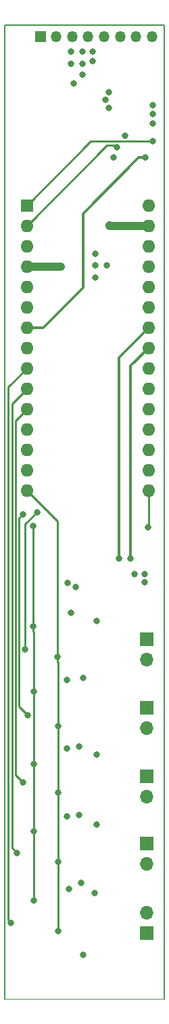
<source format=gbl>
G04 #@! TF.GenerationSoftware,KiCad,Pcbnew,(6.0.6)*
G04 #@! TF.CreationDate,2022-09-02T14:12:24+02:00*
G04 #@! TF.ProjectId,PAINTREv4,5041494e-5452-4457-9634-2e6b69636164,rev?*
G04 #@! TF.SameCoordinates,Original*
G04 #@! TF.FileFunction,Copper,L4,Bot*
G04 #@! TF.FilePolarity,Positive*
%FSLAX46Y46*%
G04 Gerber Fmt 4.6, Leading zero omitted, Abs format (unit mm)*
G04 Created by KiCad (PCBNEW (6.0.6)) date 2022-09-02 14:12:24*
%MOMM*%
%LPD*%
G01*
G04 APERTURE LIST*
G04 #@! TA.AperFunction,Profile*
%ADD10C,0.150000*%
G04 #@! TD*
G04 #@! TA.AperFunction,Profile*
%ADD11C,0.100000*%
G04 #@! TD*
G04 #@! TA.AperFunction,ComponentPad*
%ADD12R,1.600000X1.600000*%
G04 #@! TD*
G04 #@! TA.AperFunction,ComponentPad*
%ADD13O,1.600000X1.600000*%
G04 #@! TD*
G04 #@! TA.AperFunction,ComponentPad*
%ADD14R,1.350000X1.350000*%
G04 #@! TD*
G04 #@! TA.AperFunction,ComponentPad*
%ADD15O,1.350000X1.350000*%
G04 #@! TD*
G04 #@! TA.AperFunction,ComponentPad*
%ADD16O,1.700000X1.700000*%
G04 #@! TD*
G04 #@! TA.AperFunction,ComponentPad*
%ADD17R,1.700000X1.700000*%
G04 #@! TD*
G04 #@! TA.AperFunction,ViaPad*
%ADD18C,0.800000*%
G04 #@! TD*
G04 #@! TA.AperFunction,Conductor*
%ADD19C,0.250000*%
G04 #@! TD*
G04 #@! TA.AperFunction,Conductor*
%ADD20C,0.300000*%
G04 #@! TD*
G04 #@! TA.AperFunction,Conductor*
%ADD21C,1.000000*%
G04 #@! TD*
G04 APERTURE END LIST*
D10*
X144200000Y-32450000D02*
X144200000Y-154000000D01*
X124200000Y-154000000D02*
X124200000Y-32450000D01*
D11*
X124200000Y-154000000D02*
X144200000Y-154000000D01*
D10*
X124200000Y-32450000D02*
X144200000Y-32450000D01*
D12*
X127000000Y-55000000D03*
D13*
X127000000Y-57540000D03*
X127000000Y-60080000D03*
X127000000Y-62620000D03*
X127000000Y-65160000D03*
X127000000Y-67700000D03*
X127000000Y-70240000D03*
X127000000Y-72780000D03*
X127000000Y-75320000D03*
X127000000Y-77860000D03*
X127000000Y-80400000D03*
X127000000Y-82940000D03*
X127000000Y-85480000D03*
X127000000Y-88020000D03*
X127000000Y-90560000D03*
X142240000Y-90560000D03*
X142240000Y-88020000D03*
X142240000Y-85480000D03*
X142240000Y-82940000D03*
X142240000Y-80400000D03*
X142240000Y-77860000D03*
X142240000Y-75320000D03*
X142240000Y-72780000D03*
X142240000Y-70240000D03*
X142240000Y-67700000D03*
X142240000Y-65160000D03*
X142240000Y-62620000D03*
X142240000Y-60080000D03*
X142240000Y-57540000D03*
X142240000Y-55000000D03*
D14*
X128665000Y-33950000D03*
D15*
X130665000Y-33950000D03*
X132665000Y-33950000D03*
X134665000Y-33950000D03*
X136665000Y-33950000D03*
X138665000Y-33950000D03*
X140665000Y-33950000D03*
X142665000Y-33950000D03*
D16*
X142025000Y-128750000D03*
D17*
X142025000Y-126210000D03*
D16*
X142025000Y-120210000D03*
D17*
X142025000Y-117670000D03*
D16*
X142025000Y-137147000D03*
D17*
X142025000Y-134607000D03*
D16*
X142000000Y-143250000D03*
D17*
X142000000Y-145790000D03*
X142025000Y-109095000D03*
D16*
X142025000Y-111635000D03*
D18*
X139250000Y-46250000D03*
X138250000Y-47750000D03*
X140000000Y-99000000D03*
X138500000Y-99000000D03*
X132125000Y-102125000D03*
X133100000Y-102600000D03*
X141750000Y-102000000D03*
X140500000Y-101000000D03*
X141750000Y-101000000D03*
X132000000Y-114215000D03*
X132000000Y-122750000D03*
X132000000Y-131250000D03*
X132500000Y-105845000D03*
X135750000Y-106845000D03*
X134000000Y-113965000D03*
X133750000Y-139500000D03*
X133500000Y-131000000D03*
X133500000Y-122500000D03*
X135750000Y-123500000D03*
X135500000Y-140750000D03*
X135750000Y-132250000D03*
X132250000Y-140250000D03*
X134000000Y-148500000D03*
X128250000Y-93250000D03*
X127830000Y-115635000D03*
X127830000Y-124670000D03*
X126500000Y-93500000D03*
X127750000Y-95000000D03*
X126750000Y-110345000D03*
X126500000Y-127000000D03*
X125750000Y-135750000D03*
X125000000Y-144500000D03*
X127105500Y-118573773D03*
X127805000Y-107531000D03*
X133915000Y-35800000D03*
X142750000Y-43550000D03*
X129880000Y-62620000D03*
X131200000Y-62600000D03*
X133915000Y-38700000D03*
X137815000Y-49000000D03*
X135215000Y-35800000D03*
X137300000Y-57500000D03*
X132515000Y-35800000D03*
X138760000Y-57540000D03*
X132515000Y-37300000D03*
X133915000Y-37300000D03*
X132815000Y-39800000D03*
X135215000Y-37000000D03*
X140160000Y-57540000D03*
X128680000Y-62620000D03*
X142750000Y-44750000D03*
X142750000Y-42450000D03*
X127830000Y-141726000D03*
X127830000Y-133063000D03*
X142200000Y-95100000D03*
X135600000Y-62500000D03*
X137000000Y-62500000D03*
X135600000Y-64000000D03*
X137240000Y-40880000D03*
X136815000Y-41800000D03*
X135600000Y-61000000D03*
X137227500Y-42812500D03*
X130903000Y-128222000D03*
X130878000Y-119936000D03*
X130878000Y-136873000D03*
X130878000Y-145536000D03*
X130853000Y-111341000D03*
X141815000Y-49000000D03*
X142715000Y-47000000D03*
D19*
X137040000Y-47500000D02*
X138000000Y-47500000D01*
X135000000Y-47000000D02*
X138500000Y-47000000D01*
X138000000Y-47500000D02*
X138250000Y-47750000D01*
X127000000Y-57540000D02*
X137040000Y-47500000D01*
X127000000Y-55000000D02*
X135000000Y-47000000D01*
X138500000Y-47000000D02*
X142715000Y-47000000D01*
D20*
X141000000Y-49000000D02*
X141815000Y-49000000D01*
X134000000Y-56000000D02*
X141000000Y-49000000D01*
X134000000Y-65250000D02*
X134000000Y-56000000D01*
X129010000Y-70240000D02*
X134000000Y-65250000D01*
X127000000Y-70240000D02*
X129010000Y-70240000D01*
X140000000Y-75020000D02*
X140000000Y-99000000D01*
X142240000Y-72780000D02*
X140000000Y-75020000D01*
X138500000Y-73980000D02*
X138500000Y-99000000D01*
X142240000Y-70240000D02*
X138500000Y-73980000D01*
D19*
X126750000Y-94750000D02*
X128250000Y-93250000D01*
X126750000Y-107250000D02*
X126750000Y-94750000D01*
X126750000Y-110345000D02*
X126750000Y-106595000D01*
X125575999Y-126075999D02*
X126500000Y-127000000D01*
X125575999Y-81824001D02*
X125575999Y-126075999D01*
X127000000Y-80400000D02*
X125575999Y-81824001D01*
X125126498Y-135126498D02*
X125750000Y-135750000D01*
X125126498Y-79733502D02*
X125126498Y-135126498D01*
X127000000Y-77860000D02*
X125126498Y-79733502D01*
X124676997Y-77643003D02*
X127000000Y-75320000D01*
X124676997Y-144176997D02*
X124676997Y-77643003D01*
X125000000Y-144500000D02*
X124676997Y-144176997D01*
X127830000Y-116170000D02*
X127830000Y-108211000D01*
X127830000Y-124670000D02*
X127830000Y-116170000D01*
X127830000Y-141726000D02*
X127830000Y-124670000D01*
X130853000Y-94413000D02*
X127000000Y-90560000D01*
X130853000Y-111996000D02*
X130853000Y-94413000D01*
X126025500Y-107088810D02*
X126025500Y-93974500D01*
X126025500Y-93974500D02*
X126500000Y-93500000D01*
X126025500Y-107088810D02*
X126025500Y-117493773D01*
X126025500Y-117493773D02*
X127105500Y-118573773D01*
X127805000Y-95055000D02*
X127750000Y-95000000D01*
X127805000Y-108186000D02*
X127805000Y-95055000D01*
X127830000Y-107556000D02*
X127805000Y-107531000D01*
X130878000Y-111366000D02*
X130853000Y-111341000D01*
X130878000Y-145536000D02*
X130878000Y-112021000D01*
D21*
X140160000Y-57540000D02*
X138760000Y-57540000D01*
X142240000Y-57540000D02*
X140160000Y-57540000D01*
X138760000Y-57540000D02*
X137340000Y-57540000D01*
X128680000Y-62620000D02*
X129880000Y-62620000D01*
X129880000Y-62620000D02*
X131180000Y-62620000D01*
X127000000Y-62620000D02*
X128680000Y-62620000D01*
X131180000Y-62620000D02*
X131200000Y-62600000D01*
X137340000Y-57540000D02*
X137300000Y-57500000D01*
D19*
X142200000Y-95100000D02*
X142240000Y-95060000D01*
X142240000Y-95060000D02*
X142240000Y-90560000D01*
M02*

</source>
